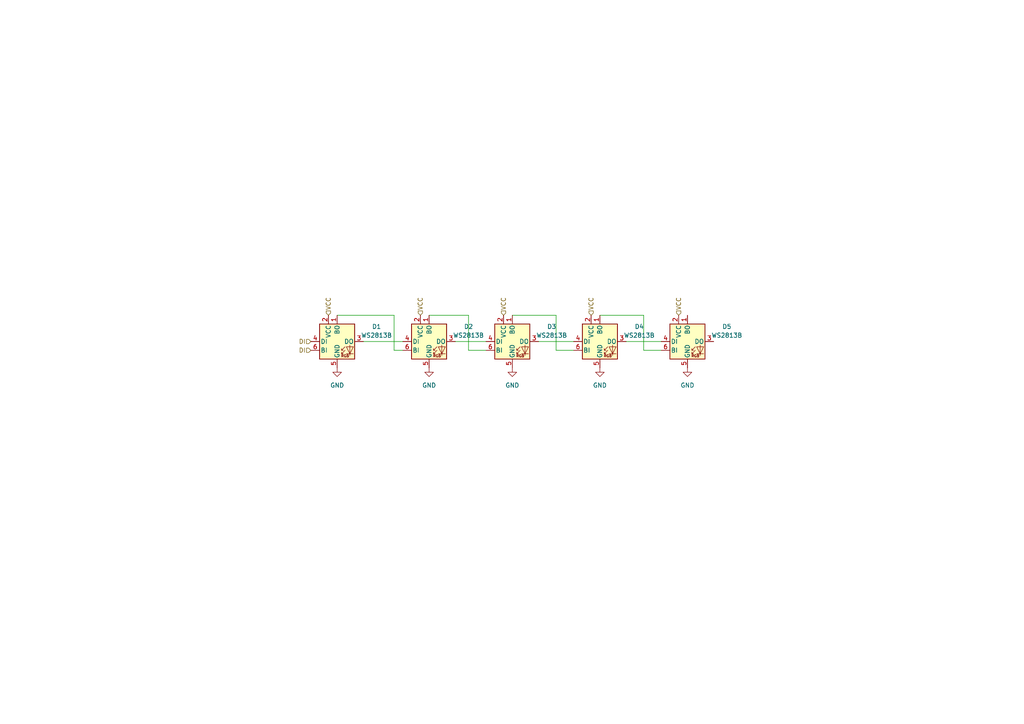
<source format=kicad_sch>
(kicad_sch (version 20211123) (generator eeschema)
  (paper "A4")
  (lib_symbols
    (symbol "WS2813B:WS2813B" (pin_names (offset 0.254))
      (property "Reference" "D" (at 5.08 5.715 0))
      (property "Value" "WS2813B" (at 1.27 -5.715 0))
      (symbol "WS2813B_0_0"
        (text "RGB" (at 2.286 -4.191 0) (effects (font (size 0.762 0.762))))
      )
      (symbol "WS2813B_0_1"
        (polyline (pts (xy 1.27 -3.556) (xy 1.778 -3.556)))
        (polyline (pts (xy 1.27 -2.54) (xy 1.778 -2.54)))
        (polyline (pts (xy 4.699 -3.556) (xy 2.667 -3.556)))
        (polyline (pts (xy 2.286 -2.54) (xy 1.27 -3.556) (xy 1.27 -3.048)))
        (polyline (pts (xy 2.286 -1.524) (xy 1.27 -2.54) (xy 1.27 -2.032)))
        (polyline (pts (xy 3.683 -1.016) (xy 3.683 -3.556) (xy 3.683 -4.064)))
        (polyline (pts (xy 4.699 -1.524) (xy 2.667 -1.524) (xy 3.683 -3.556) (xy 4.699 -1.524)))
        (rectangle (start 5.08 5.08) (end -5.08 -5.08) (stroke (width 0.254)) (fill (type background)))
      )
      (symbol "WS2813B_1_1"
        (pin input line (at 0 7.62 270) (length 2.54) (name "BO") (number "1"))
        (pin power_in line (at -2.54 7.62 270) (length 2.54) (name "VCC") (number "2"))
        (pin output line (at 7.62 0 180) (length 2.54) (name "DO") (number "3"))
        (pin input line (at -7.62 0 0) (length 2.54) (name "DI") (number "4"))
        (pin power_in line (at 0 -7.62 90) (length 2.54) (name "GND") (number "5"))
        (pin input line (at -7.62 -2.54 0) (length 2.54) (name "BI") (number "6"))
      )
    )
    (symbol "power:GND" (power) (pin_names (offset 0))
      (property "Value" "GND" (at 0 -3.81 0))
      (symbol "GND_0_1"
        (polyline (pts (xy 0 0) (xy 0 -1.27) (xy 1.27 -1.27) (xy 0 -2.54) (xy -1.27 -1.27) (xy 0 -1.27)))
      )
      (symbol "GND_1_1"
        (pin power_in line (at 0 0 270) (length 0) hide (name "GND") (number "1"))
      )
    )
  )
  (wire (pts (xy 161.29 91.44) (xy 161.29 101.6)))
  (wire (pts (xy 124.46 91.44) (xy 135.89 91.44)))
  (wire (pts (xy 156.21 99.06) (xy 166.37 99.06)))
  (wire (pts (xy 132.08 99.06) (xy 140.97 99.06)))
  (wire (pts (xy 148.59 91.44) (xy 161.29 91.44)))
  (wire (pts (xy 186.69 101.6) (xy 191.77 101.6)))
  (wire (pts (xy 135.89 101.6) (xy 140.97 101.6)))
  (wire (pts (xy 105.41 99.06) (xy 116.84 99.06)))
  (wire (pts (xy 114.3 91.44) (xy 114.3 101.6)))
  (wire (pts (xy 97.79 91.44) (xy 114.3 91.44)))
  (wire (pts (xy 186.69 91.44) (xy 186.69 101.6)))
  (wire (pts (xy 161.29 101.6) (xy 166.37 101.6)))
  (wire (pts (xy 173.99 91.44) (xy 186.69 91.44)))
  (wire (pts (xy 135.89 91.44) (xy 135.89 101.6)))
  (wire (pts (xy 181.61 99.06) (xy 191.77 99.06)))
  (wire (pts (xy 114.3 101.6) (xy 116.84 101.6)))
  (hierarchical_label "VCC" (shape input) (at 196.85 91.44 90))
  (hierarchical_label "VCC" (shape input) (at 171.45 91.44 90))
  (hierarchical_label "VCC" (shape input) (at 121.92 91.44 90))
  (hierarchical_label "DI" (shape input) (at 90.17 99.06 180))
  (hierarchical_label "VCC" (shape input) (at 95.25 91.44 90))
  (hierarchical_label "DI" (shape input) (at 90.17 101.6 180))
  (hierarchical_label "VCC" (shape input) (at 146.05 91.44 90))
  (symbol (lib_id "WS2813B:WS2813B") (at 173.99 99.06 0) (unit 1)
    (property "Reference" "D4" (at 185.42 94.7293 0))
    (property "Value" "WS2813B" (at 185.42 97.2693 0))
    (property "Footprint" "LED_SMD:LED_WS2812_PLCC6_5.0x5.0mm_P1.6mm" (effects hide))
    (property "Datasheet" "http://www.normandled.com/upload/201605/WS2813%20LED%20Datasheet.pdf" (effects hide))
  )
  (symbol (lib_id "WS2813B:WS2813B") (at 199.39 99.06 0) (unit 1)
    (property "Reference" "D5" (at 210.82 94.7293 0))
    (property "Value" "WS2813B" (at 210.82 97.2693 0))
    (property "Footprint" "LED_SMD:LED_WS2812_PLCC6_5.0x5.0mm_P1.6mm" (effects hide))
    (property "Datasheet" "http://www.normandled.com/upload/201605/WS2813%20LED%20Datasheet.pdf" (effects hide))
  )
  (symbol (lib_id "WS2813B:WS2813B") (at 148.59 99.06 0) (unit 1)
    (property "Reference" "D3" (at 160.02 94.7293 0))
    (property "Value" "WS2813B" (at 160.02 97.2693 0))
    (property "Footprint" "LED_SMD:LED_WS2812_PLCC6_5.0x5.0mm_P1.6mm" (effects hide))
    (property "Datasheet" "http://www.normandled.com/upload/201605/WS2813%20LED%20Datasheet.pdf" (effects hide))
  )
  (symbol (lib_id "power:GND") (at 124.46 106.68 0) (unit 1)
    (property "Reference" "#PWR0125" (effects hide))
    (property "Value" "GND" (at 124.46 111.76 0))
  )
  (symbol (lib_id "WS2813B:WS2813B") (at 97.79 99.06 0) (unit 1)
    (property "Reference" "D1" (at 109.22 94.7293 0))
    (property "Value" "WS2813B" (at 109.22 97.2693 0))
    (property "Footprint" "LED_SMD:LED_WS2812_PLCC6_5.0x5.0mm_P1.6mm" (effects hide))
    (property "Datasheet" "http://www.normandled.com/upload/201605/WS2813%20LED%20Datasheet.pdf" (effects hide))
  )
  (symbol (lib_id "WS2813B:WS2813B") (at 124.46 99.06 0) (unit 1)
    (property "Reference" "D2" (at 135.89 94.7293 0))
    (property "Value" "WS2813B" (at 135.89 97.2693 0))
    (property "Footprint" "LED_SMD:LED_WS2812_PLCC6_5.0x5.0mm_P1.6mm" (effects hide))
    (property "Datasheet" "http://www.normandled.com/upload/201605/WS2813%20LED%20Datasheet.pdf" (effects hide))
  )
  (symbol (lib_id "power:GND") (at 97.79 106.68 0) (unit 1)
    (property "Reference" "#PWR0126" (effects hide))
    (property "Value" "GND" (at 97.79 111.76 0))
  )
  (symbol (lib_id "power:GND") (at 173.99 106.68 0) (unit 1)
    (property "Reference" "#PWR0124" (effects hide))
    (property "Value" "GND" (at 173.99 111.76 0))
  )
  (symbol (lib_id "power:GND") (at 148.59 106.68 0) (unit 1)
    (property "Reference" "#PWR0122" (effects hide))
    (property "Value" "GND" (at 148.59 111.76 0))
  )
  (symbol (lib_id "power:GND") (at 199.39 106.68 0) (unit 1)
    (property "Reference" "#PWR0123" (effects hide))
    (property "Value" "GND" (at 199.39 111.76 0))
  )
)
</source>
